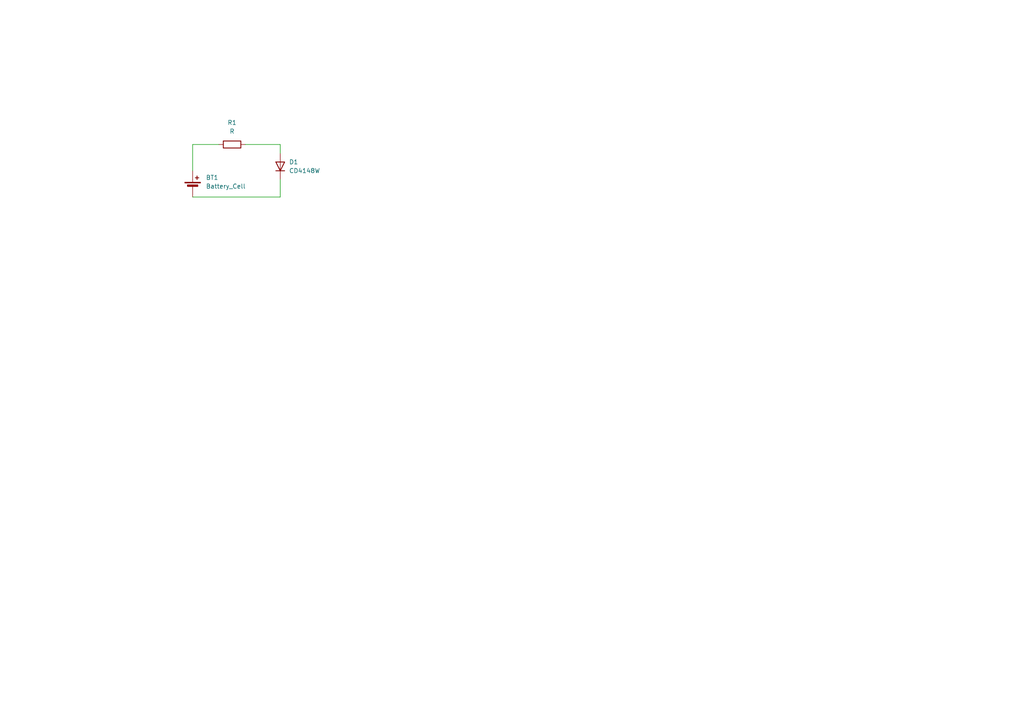
<source format=kicad_sch>
(kicad_sch (version 20231120) (generator "eeschema") (generator_version "8.0")
  (paper "A4")
  (lib_symbols
    (symbol "Device:Battery_Cell" (pin_numbers hide) (pin_names (offset 0) hide)
      (property "Reference" "BT" (at 2.54 2.54 0))
      (property "Value" "Battery_Cell" (at 2.54 0 0))
      (symbol "Battery_Cell_0_1"
        (rectangle (start -2.286 1.778) (end 2.286 1.524) (fill (type outline)))
        (rectangle (start -1.524 1.016) (end 1.524 0.508) (fill (type outline)))
        (polyline (pts (xy 0 0.762) (xy 0 0)))
        (polyline (pts (xy 0 1.778) (xy 0 2.54)))
        (polyline (pts (xy 0.762 3.048) (xy 1.778 3.048)) (stroke (width 0.254)))
        (polyline (pts (xy 1.27 3.556) (xy 1.27 2.54)) (stroke (width 0.254)))
      )
      (symbol "Battery_Cell_1_1"
        (pin passive line (at 0 5.08 270) (length 2.54) (name "+") (number "1"))
        (pin passive line (at 0 -2.54 90) (length 2.54) (name "-") (number "2"))
      )
    )
    (symbol "Device:R" (pin_numbers hide) (pin_names (offset 0))
      (property "Reference" "R" (at 2.032 0 90))
      (property "Value" "R" (at 0 0 90))
      (symbol "R_0_1"
        (rectangle (start -1.016 -2.54) (end 1.016 2.54) (stroke (width 0.254)))
      )
      (symbol "R_1_1"
        (pin passive line (at 0 3.81 270) (length 1.27) (name "~") (number "1"))
        (pin passive line (at 0 -3.81 90) (length 1.27) (name "~") (number "2"))
      )
    )
    (symbol "Diode:CD4148W" (pin_numbers hide) (pin_names hide)
      (property "Reference" "D" (at 0 2.54 0))
      (property "Value" "CD4148W" (at 0 -2.54 0))
      (symbol "CD4148W_0_1"
        (polyline (pts (xy -1.27 1.27) (xy -1.27 -1.27)) (stroke (width 0.254)))
        (polyline (pts (xy 1.27 0) (xy -1.27 0)))
        (polyline (pts (xy 1.27 1.27) (xy 1.27 -1.27) (xy -1.27 0) (xy 1.27 1.27)) (stroke (width 0.254)))
      )
      (symbol "CD4148W_1_1"
        (pin passive line (at -3.81 0 0) (length 2.54) (name "K") (number "1"))
        (pin passive line (at 3.81 0 180) (length 2.54) (name "A") (number "2"))
      )
    )
  )
  (wire (pts (xy 81.28 52.07) (xy 81.28 57.15)))
  (wire (pts (xy 55.88 49.53) (xy 55.88 41.91)))
  (wire (pts (xy 81.28 57.15) (xy 55.88 57.15)))
  (wire (pts (xy 71.12 41.91) (xy 81.28 41.91)))
  (wire (pts (xy 55.88 41.91) (xy 63.5 41.91)))
  (wire (pts (xy 81.28 41.91) (xy 81.28 44.45)))
  (symbol (lib_id "Device:Battery_Cell") (at 55.88 54.61 0) (unit 1)
    (property "Reference" "BT1" (at 59.69 51.4984 0) (effects (justify left)))
    (property "Value" "Battery_Cell" (at 59.69 54.0384 0) (effects (justify left)))
    (property "Footprint" "FS_3_Global_Footprint_Library:MS621FE-FL11E_SEC" (effects (hide yes)))
    (property "Description" "Single-cell battery" (effects (hide yes)))
  )
  (symbol (lib_id "Device:R") (at 67.31 41.91 90) (unit 1)
    (property "Reference" "R1" (at 67.31 35.56 90))
    (property "Value" "R" (at 67.31 38.1 90))
    (property "Footprint" "Resistor_SMD:R_0805_2012Metric_Pad1.20x1.40mm_HandSolder" (effects (hide yes)))
    (property "Description" "Resistor" (effects (hide yes)))
  )
  (symbol (lib_id "Diode:CD4148W") (at 81.28 48.26 90) (unit 1)
    (property "Reference" "D1" (at 83.82 46.9899 90) (effects (justify right)))
    (property "Value" "CD4148W" (at 83.82 49.5299 90) (effects (justify right)))
    (property "Footprint" "Diode_SMD:D_0805_2012Metric" (effects (hide yes)))
    (property "Datasheet" "https://www.dccomponents.com/upload/product/original/623524775088.pdf" (effects (hide yes)))
    (property "Description" "75V 0.15A Switching Diode, 0805" (effects (hide yes)))
    (property "Sim.Device" "D" (effects (hide yes)))
    (property "Sim.Pins" "1=K 2=A" (effects (hide yes)))
  )
)
</source>
